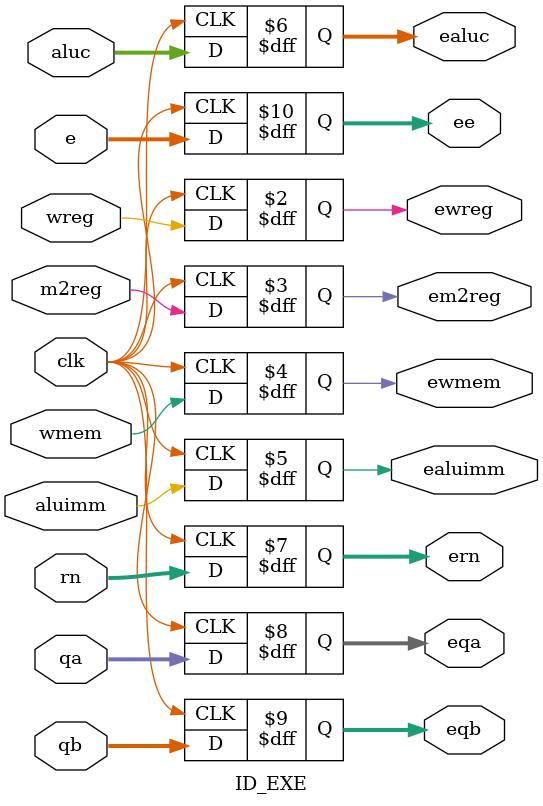
<source format=v>
`timescale 1ns / 1ps

module ID_EXE(clk, wreg, m2reg, wmem, aluc, aluimm, rn, qa, qb, e, ewreg, em2reg, ewmem, ealuc, ealuimm, ern, eqa, eqb, ee);
input clk, wreg, m2reg, wmem, aluimm;
input [3:0] aluc;
input [4:0] rn;
input [31:0] qa, qb, e;
output reg ewreg, em2reg, ewmem, ealuimm;
output reg [3:0] ealuc;
output reg [4:0] ern;
output reg [31:0] eqa, eqb, ee;

always @(posedge clk)
begin
    ewreg = wreg;
    em2reg = m2reg;
    ewmem = wmem;
    ealuimm = aluimm;
    ealuc = aluc;
    ern = rn;
    eqa = qa;
    eqb = qb;
    ee = e;
end
endmodule

</source>
